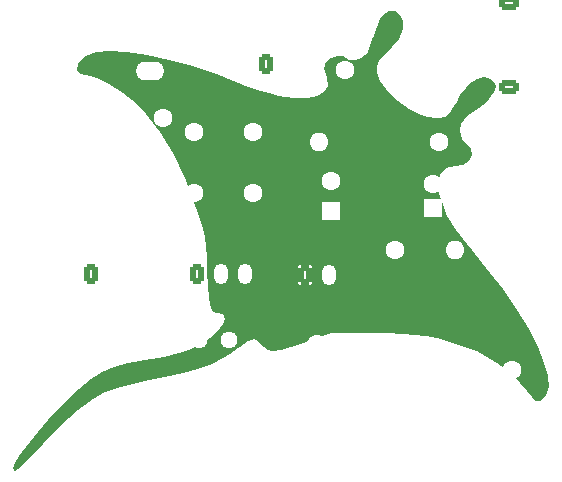
<source format=gbo>
G04 #@! TF.GenerationSoftware,KiCad,Pcbnew,(6.0.0)*
G04 #@! TF.CreationDate,2022-07-26T20:36:16+02:00*
G04 #@! TF.ProjectId,ray,7261792e-6b69-4636-9164-5f7063625858,rev?*
G04 #@! TF.SameCoordinates,Original*
G04 #@! TF.FileFunction,Legend,Bot*
G04 #@! TF.FilePolarity,Positive*
%FSLAX46Y46*%
G04 Gerber Fmt 4.6, Leading zero omitted, Abs format (unit mm)*
G04 Created by KiCad (PCBNEW (6.0.0)) date 2022-07-26 20:36:16*
%MOMM*%
%LPD*%
G01*
G04 APERTURE LIST*
G04 Aperture macros list*
%AMRoundRect*
0 Rectangle with rounded corners*
0 $1 Rounding radius*
0 $2 $3 $4 $5 $6 $7 $8 $9 X,Y pos of 4 corners*
0 Add a 4 corners polygon primitive as box body*
4,1,4,$2,$3,$4,$5,$6,$7,$8,$9,$2,$3,0*
0 Add four circle primitives for the rounded corners*
1,1,$1+$1,$2,$3*
1,1,$1+$1,$4,$5*
1,1,$1+$1,$6,$7*
1,1,$1+$1,$8,$9*
0 Add four rect primitives between the rounded corners*
20,1,$1+$1,$2,$3,$4,$5,0*
20,1,$1+$1,$4,$5,$6,$7,0*
20,1,$1+$1,$6,$7,$8,$9,0*
20,1,$1+$1,$8,$9,$2,$3,0*%
G04 Aperture macros list end*
%ADD10C,0.250000*%
%ADD11C,1.600000*%
%ADD12O,1.600000X1.600000*%
%ADD13RoundRect,0.250000X-0.350000X-0.625000X0.350000X-0.625000X0.350000X0.625000X-0.350000X0.625000X0*%
%ADD14O,1.200000X1.750000*%
%ADD15R,1.600000X1.600000*%
%ADD16C,1.440000*%
%ADD17RoundRect,0.250000X0.625000X-0.350000X0.625000X0.350000X-0.625000X0.350000X-0.625000X-0.350000X0*%
%ADD18O,1.750000X1.200000*%
%ADD19R,2.400000X1.600000*%
%ADD20O,2.400000X1.600000*%
%ADD21R,2.400000X2.400000*%
%ADD22O,2.400000X2.400000*%
%ADD23R,1.500000X1.500000*%
%ADD24O,2.743200X4.003200*%
G04 APERTURE END LIST*
G36*
X130787922Y-62066544D02*
G01*
X131184672Y-62374186D01*
X131420561Y-62902126D01*
X131428710Y-63588980D01*
X131375165Y-63822391D01*
X131086962Y-64387526D01*
X130556275Y-65053672D01*
X130160688Y-65449294D01*
X129516297Y-66114994D01*
X129205570Y-66682703D01*
X129212081Y-67260824D01*
X129519404Y-67957763D01*
X129728342Y-68302707D01*
X130281454Y-68975006D01*
X131060111Y-69672126D01*
X131943165Y-70306396D01*
X132809465Y-70790148D01*
X133494734Y-71028266D01*
X134371295Y-71133544D01*
X134986830Y-71023028D01*
X135452215Y-70644777D01*
X135878326Y-69946853D01*
X135901489Y-69900837D01*
X136316413Y-69184411D01*
X136787151Y-68534387D01*
X137073095Y-68224437D01*
X137694389Y-67821018D01*
X138320694Y-67674752D01*
X138858445Y-67773938D01*
X139214077Y-68106880D01*
X139305000Y-68503486D01*
X139151504Y-68944915D01*
X138758908Y-69489578D01*
X138229045Y-70019522D01*
X137663750Y-70416793D01*
X137644389Y-70426941D01*
X136851889Y-70974156D01*
X136375266Y-71600138D01*
X136233209Y-72246200D01*
X136444407Y-72853654D01*
X136765000Y-73188340D01*
X137195059Y-73714560D01*
X137270600Y-74261488D01*
X137029640Y-74744584D01*
X136510195Y-75079306D01*
X135867579Y-75184037D01*
X135130605Y-75331634D01*
X134652795Y-75749156D01*
X134427978Y-76398698D01*
X134449982Y-77242355D01*
X134712639Y-78242221D01*
X135209778Y-79360391D01*
X135935228Y-80558961D01*
X136882819Y-81800025D01*
X136959132Y-81889637D01*
X138511230Y-83775686D01*
X139891151Y-85606357D01*
X141085131Y-87354156D01*
X142079406Y-88991593D01*
X142860210Y-90491176D01*
X143413779Y-91825413D01*
X143726348Y-92966812D01*
X143784153Y-93887882D01*
X143573429Y-94561131D01*
X143403799Y-94761343D01*
X143026660Y-95029404D01*
X142703987Y-95029337D01*
X142351821Y-94728601D01*
X141959116Y-94201428D01*
X140856375Y-92933190D01*
X139414639Y-91812380D01*
X137683632Y-90867859D01*
X135713079Y-90128487D01*
X134326600Y-89771423D01*
X133380817Y-89589815D01*
X132450245Y-89463496D01*
X131426928Y-89383773D01*
X130202909Y-89341948D01*
X128840200Y-89329523D01*
X125385800Y-89323345D01*
X123212338Y-90076891D01*
X122000883Y-90477242D01*
X121101647Y-90718776D01*
X120454485Y-90805484D01*
X119999253Y-90741358D01*
X119675807Y-90530386D01*
X119511685Y-90322437D01*
X119191533Y-89957374D01*
X118826905Y-89852726D01*
X118344833Y-90018919D01*
X117672345Y-90466375D01*
X117479769Y-90612714D01*
X116782677Y-91113109D01*
X116063359Y-91538686D01*
X115260383Y-91911027D01*
X114312316Y-92251714D01*
X113157725Y-92582330D01*
X111735178Y-92924457D01*
X109983241Y-93299678D01*
X109619499Y-93374164D01*
X108567297Y-93606736D01*
X107567862Y-93859901D01*
X106741061Y-94101427D01*
X106245379Y-94281428D01*
X105184384Y-94884738D01*
X103937496Y-95835532D01*
X102514819Y-97125280D01*
X100926455Y-98745451D01*
X100807310Y-98873183D01*
X99944838Y-99788474D01*
X99315249Y-100422426D01*
X98885377Y-100800915D01*
X98622061Y-100949816D01*
X98492136Y-100895005D01*
X98461800Y-100703232D01*
X98594271Y-100347443D01*
X98960779Y-99756045D01*
X99514961Y-98987604D01*
X100210457Y-98100684D01*
X101000905Y-97153852D01*
X101839945Y-96205672D01*
X102681215Y-95314711D01*
X102909061Y-95085256D01*
X104028593Y-94019187D01*
X105007477Y-93220955D01*
X105951599Y-92635312D01*
X106966841Y-92207011D01*
X108159089Y-91880803D01*
X109563202Y-91613291D01*
X111176480Y-91311635D01*
X112466027Y-90992062D01*
X113514385Y-90626332D01*
X114404091Y-90186205D01*
X115129815Y-89708715D01*
X115779581Y-89135120D01*
X116190198Y-88575610D01*
X116344766Y-88090254D01*
X116226381Y-87739124D01*
X115818144Y-87582291D01*
X115728957Y-87579237D01*
X115455616Y-87524807D01*
X115251712Y-87326631D01*
X115104745Y-86932374D01*
X115002216Y-86289703D01*
X114931627Y-85346284D01*
X114880478Y-84049784D01*
X114879669Y-84023237D01*
X114837261Y-82847754D01*
X114777811Y-81951922D01*
X114679327Y-81209018D01*
X114519816Y-80492324D01*
X114277285Y-79675119D01*
X113958474Y-78715395D01*
X113015475Y-76203405D01*
X112008459Y-74059585D01*
X110916816Y-72248030D01*
X109719939Y-70732833D01*
X108911474Y-69922369D01*
X107736735Y-68957005D01*
X106576509Y-68204297D01*
X105511429Y-67712186D01*
X104937138Y-67559465D01*
X104209490Y-67348926D01*
X103867367Y-67023179D01*
X103904062Y-66573384D01*
X104023842Y-66355935D01*
X104584567Y-65861041D01*
X105470975Y-65556290D01*
X106651732Y-65437667D01*
X108095499Y-65501158D01*
X109770941Y-65742746D01*
X111646723Y-66158415D01*
X113691506Y-66744152D01*
X115873957Y-67495939D01*
X117322921Y-68060103D01*
X118364266Y-68455801D01*
X119452187Y-68823740D01*
X120425114Y-69111156D01*
X120878921Y-69221414D01*
X122200431Y-69415927D01*
X123316674Y-69411611D01*
X124193549Y-69223640D01*
X124796956Y-68867191D01*
X125092796Y-68357437D01*
X125046969Y-67709554D01*
X124927622Y-67419699D01*
X124749797Y-66961747D01*
X124807832Y-66607193D01*
X124965532Y-66337482D01*
X125356147Y-65997581D01*
X125873740Y-65831886D01*
X126358758Y-65867146D01*
X126617651Y-66060508D01*
X126898534Y-66180073D01*
X127383643Y-66154971D01*
X127907899Y-66010165D01*
X128260446Y-65812066D01*
X128450554Y-65513949D01*
X128693737Y-64943098D01*
X128939186Y-64219679D01*
X128952466Y-64175419D01*
X129219154Y-63410711D01*
X129515516Y-62758567D01*
X129777710Y-62359334D01*
X129779349Y-62357687D01*
X130297188Y-62040583D01*
X130787922Y-62066544D01*
G37*
%LPC*%
D10*
X110374400Y-56108637D02*
X111390400Y-56108637D01*
X109891800Y-55105337D02*
X111847600Y-55105337D01*
X111847600Y-55105337D02*
X111847600Y-57086537D01*
X111847600Y-57086537D02*
X109891800Y-57086537D01*
X109891800Y-57086537D02*
X109891800Y-55105337D01*
X110882400Y-55626037D02*
X110882400Y-56642037D01*
X128929047Y-38095332D02*
X128929047Y-36795332D01*
X128619523Y-36795332D01*
X128433809Y-36857237D01*
X128310000Y-36981046D01*
X128248095Y-37104856D01*
X128186190Y-37352475D01*
X128186190Y-37538189D01*
X128248095Y-37785808D01*
X128310000Y-37909617D01*
X128433809Y-38033427D01*
X128619523Y-38095332D01*
X128929047Y-38095332D01*
X127443333Y-38095332D02*
X127567142Y-38033427D01*
X127629047Y-37971522D01*
X127690952Y-37847713D01*
X127690952Y-37476284D01*
X127629047Y-37352475D01*
X127567142Y-37290570D01*
X127443333Y-37228665D01*
X127257619Y-37228665D01*
X127133809Y-37290570D01*
X127071904Y-37352475D01*
X127010000Y-37476284D01*
X127010000Y-37847713D01*
X127071904Y-37971522D01*
X127133809Y-38033427D01*
X127257619Y-38095332D01*
X127443333Y-38095332D01*
X126452857Y-38095332D02*
X126452857Y-36795332D01*
X125895714Y-38095332D02*
X125895714Y-37414379D01*
X125957619Y-37290570D01*
X126081428Y-37228665D01*
X126267142Y-37228665D01*
X126390952Y-37290570D01*
X126452857Y-37352475D01*
X125090952Y-38095332D02*
X125214761Y-38033427D01*
X125276666Y-37909617D01*
X125276666Y-36795332D01*
X124100476Y-38033427D02*
X124224285Y-38095332D01*
X124471904Y-38095332D01*
X124595714Y-38033427D01*
X124657619Y-37909617D01*
X124657619Y-37414379D01*
X124595714Y-37290570D01*
X124471904Y-37228665D01*
X124224285Y-37228665D01*
X124100476Y-37290570D01*
X124038571Y-37414379D01*
X124038571Y-37538189D01*
X124657619Y-37661998D01*
X121748095Y-38095332D02*
X122181428Y-37476284D01*
X122490952Y-38095332D02*
X122490952Y-36795332D01*
X121995714Y-36795332D01*
X121871904Y-36857237D01*
X121810000Y-36919141D01*
X121748095Y-37042951D01*
X121748095Y-37228665D01*
X121810000Y-37352475D01*
X121871904Y-37414379D01*
X121995714Y-37476284D01*
X122490952Y-37476284D01*
X120633809Y-38095332D02*
X120633809Y-37414379D01*
X120695714Y-37290570D01*
X120819523Y-37228665D01*
X121067142Y-37228665D01*
X121190952Y-37290570D01*
X120633809Y-38033427D02*
X120757619Y-38095332D01*
X121067142Y-38095332D01*
X121190952Y-38033427D01*
X121252857Y-37909617D01*
X121252857Y-37785808D01*
X121190952Y-37661998D01*
X121067142Y-37600094D01*
X120757619Y-37600094D01*
X120633809Y-37538189D01*
X120138571Y-37228665D02*
X119829047Y-38095332D01*
X119519523Y-37228665D02*
X119829047Y-38095332D01*
X119952857Y-38404856D01*
X120014761Y-38466760D01*
X120138571Y-38528665D01*
X118157619Y-37228665D02*
X117848095Y-38095332D01*
X117538571Y-37228665D01*
X117105238Y-36919141D02*
X117043333Y-36857237D01*
X116919523Y-36795332D01*
X116610000Y-36795332D01*
X116486190Y-36857237D01*
X116424285Y-36919141D01*
X116362380Y-37042951D01*
X116362380Y-37166760D01*
X116424285Y-37352475D01*
X117167142Y-38095332D01*
X116362380Y-38095332D01*
X115805238Y-37971522D02*
X115743333Y-38033427D01*
X115805238Y-38095332D01*
X115867142Y-38033427D01*
X115805238Y-37971522D01*
X115805238Y-38095332D01*
X114938571Y-36795332D02*
X114814761Y-36795332D01*
X114690952Y-36857237D01*
X114629047Y-36919141D01*
X114567142Y-37042951D01*
X114505238Y-37290570D01*
X114505238Y-37600094D01*
X114567142Y-37847713D01*
X114629047Y-37971522D01*
X114690952Y-38033427D01*
X114814761Y-38095332D01*
X114938571Y-38095332D01*
X115062380Y-38033427D01*
X115124285Y-37971522D01*
X115186190Y-37847713D01*
X115248095Y-37600094D01*
X115248095Y-37290570D01*
X115186190Y-37042951D01*
X115124285Y-36919141D01*
X115062380Y-36857237D01*
X114938571Y-36795332D01*
X113390952Y-38095332D02*
X113390952Y-37414379D01*
X113452857Y-37290570D01*
X113576666Y-37228665D01*
X113824285Y-37228665D01*
X113948095Y-37290570D01*
X113390952Y-38033427D02*
X113514761Y-38095332D01*
X113824285Y-38095332D01*
X113948095Y-38033427D01*
X114010000Y-37909617D01*
X114010000Y-37785808D01*
X113948095Y-37661998D01*
X113824285Y-37600094D01*
X113514761Y-37600094D01*
X113390952Y-37538189D01*
X132421190Y-56671332D02*
X132421190Y-55371332D01*
X131987857Y-56299903D01*
X131554523Y-55371332D01*
X131554523Y-56671332D01*
X130378333Y-56671332D02*
X130378333Y-55990379D01*
X130440238Y-55866570D01*
X130564047Y-55804665D01*
X130811666Y-55804665D01*
X130935476Y-55866570D01*
X130378333Y-56609427D02*
X130502142Y-56671332D01*
X130811666Y-56671332D01*
X130935476Y-56609427D01*
X130997380Y-56485617D01*
X130997380Y-56361808D01*
X130935476Y-56237998D01*
X130811666Y-56176094D01*
X130502142Y-56176094D01*
X130378333Y-56114189D01*
X129202142Y-56671332D02*
X129202142Y-55371332D01*
X129202142Y-56609427D02*
X129325952Y-56671332D01*
X129573571Y-56671332D01*
X129697380Y-56609427D01*
X129759285Y-56547522D01*
X129821190Y-56423713D01*
X129821190Y-56052284D01*
X129759285Y-55928475D01*
X129697380Y-55866570D01*
X129573571Y-55804665D01*
X129325952Y-55804665D01*
X129202142Y-55866570D01*
X128087857Y-56609427D02*
X128211666Y-56671332D01*
X128459285Y-56671332D01*
X128583095Y-56609427D01*
X128645000Y-56485617D01*
X128645000Y-55990379D01*
X128583095Y-55866570D01*
X128459285Y-55804665D01*
X128211666Y-55804665D01*
X128087857Y-55866570D01*
X128025952Y-55990379D01*
X128025952Y-56114189D01*
X128645000Y-56237998D01*
X126478333Y-56671332D02*
X126478333Y-55804665D01*
X126478333Y-55371332D02*
X126540238Y-55433237D01*
X126478333Y-55495141D01*
X126416428Y-55433237D01*
X126478333Y-55371332D01*
X126478333Y-55495141D01*
X125859285Y-55804665D02*
X125859285Y-56671332D01*
X125859285Y-55928475D02*
X125797380Y-55866570D01*
X125673571Y-55804665D01*
X125487857Y-55804665D01*
X125364047Y-55866570D01*
X125302142Y-55990379D01*
X125302142Y-56671332D01*
X123754523Y-56609427D02*
X123568809Y-56671332D01*
X123259285Y-56671332D01*
X123135476Y-56609427D01*
X123073571Y-56547522D01*
X123011666Y-56423713D01*
X123011666Y-56299903D01*
X123073571Y-56176094D01*
X123135476Y-56114189D01*
X123259285Y-56052284D01*
X123506904Y-55990379D01*
X123630714Y-55928475D01*
X123692619Y-55866570D01*
X123754523Y-55742760D01*
X123754523Y-55618951D01*
X123692619Y-55495141D01*
X123630714Y-55433237D01*
X123506904Y-55371332D01*
X123197380Y-55371332D01*
X123011666Y-55433237D01*
X122578333Y-55804665D02*
X122330714Y-56671332D01*
X122083095Y-56052284D01*
X121835476Y-56671332D01*
X121587857Y-55804665D01*
X121092619Y-56671332D02*
X121092619Y-55804665D01*
X121092619Y-55371332D02*
X121154523Y-55433237D01*
X121092619Y-55495141D01*
X121030714Y-55433237D01*
X121092619Y-55371332D01*
X121092619Y-55495141D01*
X120659285Y-55804665D02*
X120164047Y-55804665D01*
X120473571Y-55371332D02*
X120473571Y-56485617D01*
X120411666Y-56609427D01*
X120287857Y-56671332D01*
X120164047Y-56671332D01*
X119854523Y-55804665D02*
X119173571Y-55804665D01*
X119854523Y-56671332D01*
X119173571Y-56671332D01*
X118183095Y-56609427D02*
X118306904Y-56671332D01*
X118554523Y-56671332D01*
X118678333Y-56609427D01*
X118740238Y-56485617D01*
X118740238Y-55990379D01*
X118678333Y-55866570D01*
X118554523Y-55804665D01*
X118306904Y-55804665D01*
X118183095Y-55866570D01*
X118121190Y-55990379D01*
X118121190Y-56114189D01*
X118740238Y-56237998D01*
X117564047Y-56671332D02*
X117564047Y-55804665D01*
X117564047Y-56052284D02*
X117502142Y-55928475D01*
X117440238Y-55866570D01*
X117316428Y-55804665D01*
X117192619Y-55804665D01*
X116573571Y-56671332D02*
X116697380Y-56609427D01*
X116759285Y-56485617D01*
X116759285Y-55371332D01*
X115521190Y-56671332D02*
X115521190Y-55990379D01*
X115583095Y-55866570D01*
X115706904Y-55804665D01*
X115954523Y-55804665D01*
X116078333Y-55866570D01*
X115521190Y-56609427D02*
X115645000Y-56671332D01*
X115954523Y-56671332D01*
X116078333Y-56609427D01*
X116140238Y-56485617D01*
X116140238Y-56361808D01*
X116078333Y-56237998D01*
X115954523Y-56176094D01*
X115645000Y-56176094D01*
X115521190Y-56114189D01*
X114902142Y-55804665D02*
X114902142Y-56671332D01*
X114902142Y-55928475D02*
X114840238Y-55866570D01*
X114716428Y-55804665D01*
X114530714Y-55804665D01*
X114406904Y-55866570D01*
X114345000Y-55990379D01*
X114345000Y-56671332D01*
X113168809Y-56671332D02*
X113168809Y-55371332D01*
X113168809Y-56609427D02*
X113292619Y-56671332D01*
X113540238Y-56671332D01*
X113664047Y-56609427D01*
X113725952Y-56547522D01*
X113787857Y-56423713D01*
X113787857Y-56052284D01*
X113725952Y-55928475D01*
X113664047Y-55866570D01*
X113540238Y-55804665D01*
X113292619Y-55804665D01*
X113168809Y-55866570D01*
D11*
X124192000Y-95199237D03*
X124192000Y-90199237D03*
X134460000Y-73101237D03*
D12*
X124300000Y-73101237D03*
D11*
X111092000Y-71069237D03*
D12*
X100932000Y-71069237D03*
D11*
X130796000Y-82245237D03*
D12*
X130796000Y-92405237D03*
D13*
X119874000Y-66523237D03*
D14*
X121874000Y-66523237D03*
D11*
X100932000Y-74371237D03*
D12*
X111092000Y-74371237D03*
D15*
X125316000Y-78943237D03*
D11*
X125316000Y-76443237D03*
X111092000Y-77673237D03*
D12*
X100932000Y-77673237D03*
D11*
X118790000Y-77423237D03*
X113790000Y-77423237D03*
D13*
X114038400Y-84277237D03*
D14*
X116038400Y-84277237D03*
X118038400Y-84277237D03*
D11*
X118790000Y-72323237D03*
X113790000Y-72323237D03*
X140702000Y-92405237D03*
D12*
X140702000Y-82245237D03*
D16*
X116680000Y-89865237D03*
X114140000Y-89865237D03*
X111600000Y-89865237D03*
D17*
X140406000Y-61401237D03*
D18*
X140406000Y-59401237D03*
D11*
X114290000Y-64223237D03*
X114290000Y-59223237D03*
X100951000Y-80467237D03*
X100951000Y-85467237D03*
X131558000Y-67005237D03*
X126558000Y-67005237D03*
D15*
X133952000Y-78689237D03*
D11*
X133952000Y-76689237D03*
X140702000Y-73395237D03*
X140702000Y-78395237D03*
D19*
X102390000Y-59523237D03*
D20*
X102390000Y-62063237D03*
X102390000Y-64603237D03*
X102390000Y-67143237D03*
X110010000Y-67143237D03*
X110010000Y-64603237D03*
X110010000Y-62063237D03*
X110010000Y-59523237D03*
D13*
X104996000Y-84277237D03*
D14*
X106996000Y-84277237D03*
X108996000Y-84277237D03*
D21*
X128002000Y-97485237D03*
D22*
X140702000Y-97485237D03*
D13*
X123157000Y-84404237D03*
D14*
X125157000Y-84404237D03*
D11*
X106520000Y-89357237D03*
D12*
X106520000Y-99517237D03*
D17*
X140406000Y-68513237D03*
D18*
X140406000Y-66513237D03*
D11*
X135876000Y-92405237D03*
D12*
X135876000Y-82245237D03*
D23*
X124170612Y-98540204D03*
D11*
X101948000Y-99517237D03*
D12*
X101948000Y-89357237D03*
D13*
X119890000Y-59851237D03*
D14*
X121890000Y-59851237D03*
D15*
X126478000Y-62179237D03*
D12*
X134098000Y-62179237D03*
D11*
X126478000Y-58877237D03*
D12*
X136638000Y-58877237D03*
D24*
X116696440Y-41911817D03*
X121398000Y-41911817D03*
X126096440Y-41911817D03*
X116696440Y-46911297D03*
X121398000Y-46911297D03*
X126096440Y-46911297D03*
X116697200Y-52011817D03*
X121398760Y-52011817D03*
X126097200Y-52011817D03*
M02*

</source>
